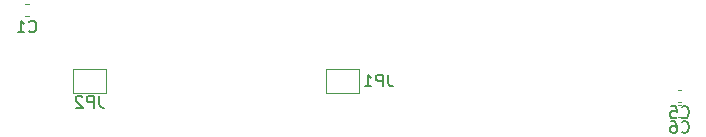
<source format=gbr>
%TF.GenerationSoftware,KiCad,Pcbnew,6.0.1-79c1e3a40b~116~ubuntu21.10.1*%
%TF.CreationDate,2022-03-13T19:18:57-06:00*%
%TF.ProjectId,Macropad,4d616372-6f70-4616-942e-6b696361645f,rev?*%
%TF.SameCoordinates,Original*%
%TF.FileFunction,Legend,Bot*%
%TF.FilePolarity,Positive*%
%FSLAX46Y46*%
G04 Gerber Fmt 4.6, Leading zero omitted, Abs format (unit mm)*
G04 Created by KiCad (PCBNEW 6.0.1-79c1e3a40b~116~ubuntu21.10.1) date 2022-03-13 19:18:57*
%MOMM*%
%LPD*%
G01*
G04 APERTURE LIST*
%ADD10C,0.150000*%
%ADD11C,0.120000*%
G04 APERTURE END LIST*
D10*
%TO.C,C6*%
X132366666Y-46437142D02*
X132414285Y-46484761D01*
X132557142Y-46532380D01*
X132652380Y-46532380D01*
X132795238Y-46484761D01*
X132890476Y-46389523D01*
X132938095Y-46294285D01*
X132985714Y-46103809D01*
X132985714Y-45960952D01*
X132938095Y-45770476D01*
X132890476Y-45675238D01*
X132795238Y-45580000D01*
X132652380Y-45532380D01*
X132557142Y-45532380D01*
X132414285Y-45580000D01*
X132366666Y-45627619D01*
X131509523Y-45532380D02*
X131700000Y-45532380D01*
X131795238Y-45580000D01*
X131842857Y-45627619D01*
X131938095Y-45770476D01*
X131985714Y-45960952D01*
X131985714Y-46341904D01*
X131938095Y-46437142D01*
X131890476Y-46484761D01*
X131795238Y-46532380D01*
X131604761Y-46532380D01*
X131509523Y-46484761D01*
X131461904Y-46437142D01*
X131414285Y-46341904D01*
X131414285Y-46103809D01*
X131461904Y-46008571D01*
X131509523Y-45960952D01*
X131604761Y-45913333D01*
X131795238Y-45913333D01*
X131890476Y-45960952D01*
X131938095Y-46008571D01*
X131985714Y-46103809D01*
%TO.C,C5*%
X132366666Y-45187142D02*
X132414285Y-45234761D01*
X132557142Y-45282380D01*
X132652380Y-45282380D01*
X132795238Y-45234761D01*
X132890476Y-45139523D01*
X132938095Y-45044285D01*
X132985714Y-44853809D01*
X132985714Y-44710952D01*
X132938095Y-44520476D01*
X132890476Y-44425238D01*
X132795238Y-44330000D01*
X132652380Y-44282380D01*
X132557142Y-44282380D01*
X132414285Y-44330000D01*
X132366666Y-44377619D01*
X131461904Y-44282380D02*
X131938095Y-44282380D01*
X131985714Y-44758571D01*
X131938095Y-44710952D01*
X131842857Y-44663333D01*
X131604761Y-44663333D01*
X131509523Y-44710952D01*
X131461904Y-44758571D01*
X131414285Y-44853809D01*
X131414285Y-45091904D01*
X131461904Y-45187142D01*
X131509523Y-45234761D01*
X131604761Y-45282380D01*
X131842857Y-45282380D01*
X131938095Y-45234761D01*
X131985714Y-45187142D01*
%TO.C,C1*%
X77116666Y-37937142D02*
X77164285Y-37984761D01*
X77307142Y-38032380D01*
X77402380Y-38032380D01*
X77545238Y-37984761D01*
X77640476Y-37889523D01*
X77688095Y-37794285D01*
X77735714Y-37603809D01*
X77735714Y-37460952D01*
X77688095Y-37270476D01*
X77640476Y-37175238D01*
X77545238Y-37080000D01*
X77402380Y-37032380D01*
X77307142Y-37032380D01*
X77164285Y-37080000D01*
X77116666Y-37127619D01*
X76164285Y-38032380D02*
X76735714Y-38032380D01*
X76450000Y-38032380D02*
X76450000Y-37032380D01*
X76545238Y-37175238D01*
X76640476Y-37270476D01*
X76735714Y-37318095D01*
%TO.C,JP2*%
X83058333Y-43402380D02*
X83058333Y-44116666D01*
X83105952Y-44259523D01*
X83201190Y-44354761D01*
X83344047Y-44402380D01*
X83439285Y-44402380D01*
X82582142Y-44402380D02*
X82582142Y-43402380D01*
X82201190Y-43402380D01*
X82105952Y-43450000D01*
X82058333Y-43497619D01*
X82010714Y-43592857D01*
X82010714Y-43735714D01*
X82058333Y-43830952D01*
X82105952Y-43878571D01*
X82201190Y-43926190D01*
X82582142Y-43926190D01*
X81629761Y-43497619D02*
X81582142Y-43450000D01*
X81486904Y-43402380D01*
X81248809Y-43402380D01*
X81153571Y-43450000D01*
X81105952Y-43497619D01*
X81058333Y-43592857D01*
X81058333Y-43688095D01*
X81105952Y-43830952D01*
X81677380Y-44402380D01*
X81058333Y-44402380D01*
%TO.C,JP1*%
X107533333Y-41602380D02*
X107533333Y-42316666D01*
X107580952Y-42459523D01*
X107676190Y-42554761D01*
X107819047Y-42602380D01*
X107914285Y-42602380D01*
X107057142Y-42602380D02*
X107057142Y-41602380D01*
X106676190Y-41602380D01*
X106580952Y-41650000D01*
X106533333Y-41697619D01*
X106485714Y-41792857D01*
X106485714Y-41935714D01*
X106533333Y-42030952D01*
X106580952Y-42078571D01*
X106676190Y-42126190D01*
X107057142Y-42126190D01*
X105533333Y-42602380D02*
X106104761Y-42602380D01*
X105819047Y-42602380D02*
X105819047Y-41602380D01*
X105914285Y-41745238D01*
X106009523Y-41840476D01*
X106104761Y-41888095D01*
D11*
%TO.C,C6*%
X132059420Y-45160000D02*
X132340580Y-45160000D01*
X132059420Y-44140000D02*
X132340580Y-44140000D01*
%TO.C,C5*%
X132059420Y-43910000D02*
X132340580Y-43910000D01*
X132059420Y-42890000D02*
X132340580Y-42890000D01*
%TO.C,C1*%
X76809420Y-36660000D02*
X77090580Y-36660000D01*
X76809420Y-35640000D02*
X77090580Y-35640000D01*
%TO.C,JP2*%
X83625000Y-41150000D02*
X80825000Y-41150000D01*
X83625000Y-43150000D02*
X83625000Y-41150000D01*
X80825000Y-41150000D02*
X80825000Y-43150000D01*
X80825000Y-43150000D02*
X83625000Y-43150000D01*
%TO.C,JP1*%
X105100000Y-43150000D02*
X105100000Y-41150000D01*
X102300000Y-41150000D02*
X102300000Y-43150000D01*
X102300000Y-43150000D02*
X105100000Y-43150000D01*
X105100000Y-41150000D02*
X102300000Y-41150000D01*
%TD*%
M02*

</source>
